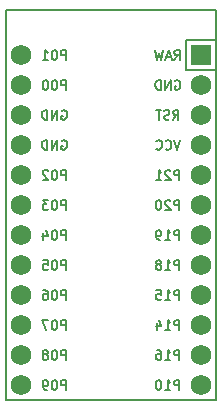
<source format=gbr>
%TF.GenerationSoftware,KiCad,Pcbnew,6.0.0-rc2*%
%TF.CreationDate,2021-12-17T22:08:24+01:00*%
%TF.ProjectId,nano0,6e616e6f-302e-46b6-9963-61645f706362,VERSION_HERE*%
%TF.SameCoordinates,Original*%
%TF.FileFunction,Legend,Bot*%
%TF.FilePolarity,Positive*%
%FSLAX46Y46*%
G04 Gerber Fmt 4.6, Leading zero omitted, Abs format (unit mm)*
G04 Created by KiCad (PCBNEW 6.0.0-rc2) date 2021-12-17 22:08:24*
%MOMM*%
%LPD*%
G01*
G04 APERTURE LIST*
%ADD10C,0.150000*%
%ADD11R,1.752600X1.752600*%
%ADD12C,1.752600*%
G04 APERTURE END LIST*
D10*
%TO.C,MCU1*%
X252534380Y-119065904D02*
X252801047Y-118684952D01*
X252991523Y-119065904D02*
X252991523Y-118265904D01*
X252686761Y-118265904D01*
X252610571Y-118304000D01*
X252572476Y-118342095D01*
X252534380Y-118418285D01*
X252534380Y-118532571D01*
X252572476Y-118608761D01*
X252610571Y-118646857D01*
X252686761Y-118684952D01*
X252991523Y-118684952D01*
X252229619Y-118837333D02*
X251848666Y-118837333D01*
X252305809Y-119065904D02*
X252039142Y-118265904D01*
X251772476Y-119065904D01*
X251582000Y-118265904D02*
X251391523Y-119065904D01*
X251239142Y-118494476D01*
X251086761Y-119065904D01*
X250896285Y-118265904D01*
X252591523Y-120844000D02*
X252667714Y-120805904D01*
X252782000Y-120805904D01*
X252896285Y-120844000D01*
X252972476Y-120920190D01*
X253010571Y-120996380D01*
X253048666Y-121148761D01*
X253048666Y-121263047D01*
X253010571Y-121415428D01*
X252972476Y-121491619D01*
X252896285Y-121567809D01*
X252782000Y-121605904D01*
X252705809Y-121605904D01*
X252591523Y-121567809D01*
X252553428Y-121529714D01*
X252553428Y-121263047D01*
X252705809Y-121263047D01*
X252210571Y-121605904D02*
X252210571Y-120805904D01*
X251753428Y-121605904D01*
X251753428Y-120805904D01*
X251372476Y-121605904D02*
X251372476Y-120805904D01*
X251182000Y-120805904D01*
X251067714Y-120844000D01*
X250991523Y-120920190D01*
X250953428Y-120996380D01*
X250915333Y-121148761D01*
X250915333Y-121263047D01*
X250953428Y-121415428D01*
X250991523Y-121491619D01*
X251067714Y-121567809D01*
X251182000Y-121605904D01*
X251372476Y-121605904D01*
X252420095Y-124145904D02*
X252686761Y-123764952D01*
X252877238Y-124145904D02*
X252877238Y-123345904D01*
X252572476Y-123345904D01*
X252496285Y-123384000D01*
X252458190Y-123422095D01*
X252420095Y-123498285D01*
X252420095Y-123612571D01*
X252458190Y-123688761D01*
X252496285Y-123726857D01*
X252572476Y-123764952D01*
X252877238Y-123764952D01*
X252115333Y-124107809D02*
X252001047Y-124145904D01*
X251810571Y-124145904D01*
X251734380Y-124107809D01*
X251696285Y-124069714D01*
X251658190Y-123993523D01*
X251658190Y-123917333D01*
X251696285Y-123841142D01*
X251734380Y-123803047D01*
X251810571Y-123764952D01*
X251962952Y-123726857D01*
X252039142Y-123688761D01*
X252077238Y-123650666D01*
X252115333Y-123574476D01*
X252115333Y-123498285D01*
X252077238Y-123422095D01*
X252039142Y-123384000D01*
X251962952Y-123345904D01*
X251772476Y-123345904D01*
X251658190Y-123384000D01*
X251429619Y-123345904D02*
X250972476Y-123345904D01*
X251201047Y-124145904D02*
X251201047Y-123345904D01*
X253048666Y-125885904D02*
X252782000Y-126685904D01*
X252515333Y-125885904D01*
X251791523Y-126609714D02*
X251829619Y-126647809D01*
X251943904Y-126685904D01*
X252020095Y-126685904D01*
X252134380Y-126647809D01*
X252210571Y-126571619D01*
X252248666Y-126495428D01*
X252286761Y-126343047D01*
X252286761Y-126228761D01*
X252248666Y-126076380D01*
X252210571Y-126000190D01*
X252134380Y-125924000D01*
X252020095Y-125885904D01*
X251943904Y-125885904D01*
X251829619Y-125924000D01*
X251791523Y-125962095D01*
X250991523Y-126609714D02*
X251029619Y-126647809D01*
X251143904Y-126685904D01*
X251220095Y-126685904D01*
X251334380Y-126647809D01*
X251410571Y-126571619D01*
X251448666Y-126495428D01*
X251486761Y-126343047D01*
X251486761Y-126228761D01*
X251448666Y-126076380D01*
X251410571Y-126000190D01*
X251334380Y-125924000D01*
X251220095Y-125885904D01*
X251143904Y-125885904D01*
X251029619Y-125924000D01*
X250991523Y-125962095D01*
X252953428Y-129225904D02*
X252953428Y-128425904D01*
X252648666Y-128425904D01*
X252572476Y-128464000D01*
X252534380Y-128502095D01*
X252496285Y-128578285D01*
X252496285Y-128692571D01*
X252534380Y-128768761D01*
X252572476Y-128806857D01*
X252648666Y-128844952D01*
X252953428Y-128844952D01*
X252191523Y-128502095D02*
X252153428Y-128464000D01*
X252077238Y-128425904D01*
X251886761Y-128425904D01*
X251810571Y-128464000D01*
X251772476Y-128502095D01*
X251734380Y-128578285D01*
X251734380Y-128654476D01*
X251772476Y-128768761D01*
X252229619Y-129225904D01*
X251734380Y-129225904D01*
X250972476Y-129225904D02*
X251429619Y-129225904D01*
X251201047Y-129225904D02*
X251201047Y-128425904D01*
X251277238Y-128540190D01*
X251353428Y-128616380D01*
X251429619Y-128654476D01*
X252953428Y-131765904D02*
X252953428Y-130965904D01*
X252648666Y-130965904D01*
X252572476Y-131004000D01*
X252534380Y-131042095D01*
X252496285Y-131118285D01*
X252496285Y-131232571D01*
X252534380Y-131308761D01*
X252572476Y-131346857D01*
X252648666Y-131384952D01*
X252953428Y-131384952D01*
X252191523Y-131042095D02*
X252153428Y-131004000D01*
X252077238Y-130965904D01*
X251886761Y-130965904D01*
X251810571Y-131004000D01*
X251772476Y-131042095D01*
X251734380Y-131118285D01*
X251734380Y-131194476D01*
X251772476Y-131308761D01*
X252229619Y-131765904D01*
X251734380Y-131765904D01*
X251239142Y-130965904D02*
X251162952Y-130965904D01*
X251086761Y-131004000D01*
X251048666Y-131042095D01*
X251010571Y-131118285D01*
X250972476Y-131270666D01*
X250972476Y-131461142D01*
X251010571Y-131613523D01*
X251048666Y-131689714D01*
X251086761Y-131727809D01*
X251162952Y-131765904D01*
X251239142Y-131765904D01*
X251315333Y-131727809D01*
X251353428Y-131689714D01*
X251391523Y-131613523D01*
X251429619Y-131461142D01*
X251429619Y-131270666D01*
X251391523Y-131118285D01*
X251353428Y-131042095D01*
X251315333Y-131004000D01*
X251239142Y-130965904D01*
X252953428Y-134305904D02*
X252953428Y-133505904D01*
X252648666Y-133505904D01*
X252572476Y-133544000D01*
X252534380Y-133582095D01*
X252496285Y-133658285D01*
X252496285Y-133772571D01*
X252534380Y-133848761D01*
X252572476Y-133886857D01*
X252648666Y-133924952D01*
X252953428Y-133924952D01*
X251734380Y-134305904D02*
X252191523Y-134305904D01*
X251962952Y-134305904D02*
X251962952Y-133505904D01*
X252039142Y-133620190D01*
X252115333Y-133696380D01*
X252191523Y-133734476D01*
X251353428Y-134305904D02*
X251201047Y-134305904D01*
X251124857Y-134267809D01*
X251086761Y-134229714D01*
X251010571Y-134115428D01*
X250972476Y-133963047D01*
X250972476Y-133658285D01*
X251010571Y-133582095D01*
X251048666Y-133544000D01*
X251124857Y-133505904D01*
X251277238Y-133505904D01*
X251353428Y-133544000D01*
X251391523Y-133582095D01*
X251429619Y-133658285D01*
X251429619Y-133848761D01*
X251391523Y-133924952D01*
X251353428Y-133963047D01*
X251277238Y-134001142D01*
X251124857Y-134001142D01*
X251048666Y-133963047D01*
X251010571Y-133924952D01*
X250972476Y-133848761D01*
X252953428Y-136845904D02*
X252953428Y-136045904D01*
X252648666Y-136045904D01*
X252572476Y-136084000D01*
X252534380Y-136122095D01*
X252496285Y-136198285D01*
X252496285Y-136312571D01*
X252534380Y-136388761D01*
X252572476Y-136426857D01*
X252648666Y-136464952D01*
X252953428Y-136464952D01*
X251734380Y-136845904D02*
X252191523Y-136845904D01*
X251962952Y-136845904D02*
X251962952Y-136045904D01*
X252039142Y-136160190D01*
X252115333Y-136236380D01*
X252191523Y-136274476D01*
X251277238Y-136388761D02*
X251353428Y-136350666D01*
X251391523Y-136312571D01*
X251429619Y-136236380D01*
X251429619Y-136198285D01*
X251391523Y-136122095D01*
X251353428Y-136084000D01*
X251277238Y-136045904D01*
X251124857Y-136045904D01*
X251048666Y-136084000D01*
X251010571Y-136122095D01*
X250972476Y-136198285D01*
X250972476Y-136236380D01*
X251010571Y-136312571D01*
X251048666Y-136350666D01*
X251124857Y-136388761D01*
X251277238Y-136388761D01*
X251353428Y-136426857D01*
X251391523Y-136464952D01*
X251429619Y-136541142D01*
X251429619Y-136693523D01*
X251391523Y-136769714D01*
X251353428Y-136807809D01*
X251277238Y-136845904D01*
X251124857Y-136845904D01*
X251048666Y-136807809D01*
X251010571Y-136769714D01*
X250972476Y-136693523D01*
X250972476Y-136541142D01*
X251010571Y-136464952D01*
X251048666Y-136426857D01*
X251124857Y-136388761D01*
X252953428Y-139385904D02*
X252953428Y-138585904D01*
X252648666Y-138585904D01*
X252572476Y-138624000D01*
X252534380Y-138662095D01*
X252496285Y-138738285D01*
X252496285Y-138852571D01*
X252534380Y-138928761D01*
X252572476Y-138966857D01*
X252648666Y-139004952D01*
X252953428Y-139004952D01*
X251734380Y-139385904D02*
X252191523Y-139385904D01*
X251962952Y-139385904D02*
X251962952Y-138585904D01*
X252039142Y-138700190D01*
X252115333Y-138776380D01*
X252191523Y-138814476D01*
X251010571Y-138585904D02*
X251391523Y-138585904D01*
X251429619Y-138966857D01*
X251391523Y-138928761D01*
X251315333Y-138890666D01*
X251124857Y-138890666D01*
X251048666Y-138928761D01*
X251010571Y-138966857D01*
X250972476Y-139043047D01*
X250972476Y-139233523D01*
X251010571Y-139309714D01*
X251048666Y-139347809D01*
X251124857Y-139385904D01*
X251315333Y-139385904D01*
X251391523Y-139347809D01*
X251429619Y-139309714D01*
X252953428Y-141925904D02*
X252953428Y-141125904D01*
X252648666Y-141125904D01*
X252572476Y-141164000D01*
X252534380Y-141202095D01*
X252496285Y-141278285D01*
X252496285Y-141392571D01*
X252534380Y-141468761D01*
X252572476Y-141506857D01*
X252648666Y-141544952D01*
X252953428Y-141544952D01*
X251734380Y-141925904D02*
X252191523Y-141925904D01*
X251962952Y-141925904D02*
X251962952Y-141125904D01*
X252039142Y-141240190D01*
X252115333Y-141316380D01*
X252191523Y-141354476D01*
X251048666Y-141392571D02*
X251048666Y-141925904D01*
X251239142Y-141087809D02*
X251429619Y-141659238D01*
X250934380Y-141659238D01*
X252953428Y-144465904D02*
X252953428Y-143665904D01*
X252648666Y-143665904D01*
X252572476Y-143704000D01*
X252534380Y-143742095D01*
X252496285Y-143818285D01*
X252496285Y-143932571D01*
X252534380Y-144008761D01*
X252572476Y-144046857D01*
X252648666Y-144084952D01*
X252953428Y-144084952D01*
X251734380Y-144465904D02*
X252191523Y-144465904D01*
X251962952Y-144465904D02*
X251962952Y-143665904D01*
X252039142Y-143780190D01*
X252115333Y-143856380D01*
X252191523Y-143894476D01*
X251048666Y-143665904D02*
X251201047Y-143665904D01*
X251277238Y-143704000D01*
X251315333Y-143742095D01*
X251391523Y-143856380D01*
X251429619Y-144008761D01*
X251429619Y-144313523D01*
X251391523Y-144389714D01*
X251353428Y-144427809D01*
X251277238Y-144465904D01*
X251124857Y-144465904D01*
X251048666Y-144427809D01*
X251010571Y-144389714D01*
X250972476Y-144313523D01*
X250972476Y-144123047D01*
X251010571Y-144046857D01*
X251048666Y-144008761D01*
X251124857Y-143970666D01*
X251277238Y-143970666D01*
X251353428Y-144008761D01*
X251391523Y-144046857D01*
X251429619Y-144123047D01*
X252953428Y-147005904D02*
X252953428Y-146205904D01*
X252648666Y-146205904D01*
X252572476Y-146244000D01*
X252534380Y-146282095D01*
X252496285Y-146358285D01*
X252496285Y-146472571D01*
X252534380Y-146548761D01*
X252572476Y-146586857D01*
X252648666Y-146624952D01*
X252953428Y-146624952D01*
X251734380Y-147005904D02*
X252191523Y-147005904D01*
X251962952Y-147005904D02*
X251962952Y-146205904D01*
X252039142Y-146320190D01*
X252115333Y-146396380D01*
X252191523Y-146434476D01*
X251239142Y-146205904D02*
X251162952Y-146205904D01*
X251086761Y-146244000D01*
X251048666Y-146282095D01*
X251010571Y-146358285D01*
X250972476Y-146510666D01*
X250972476Y-146701142D01*
X251010571Y-146853523D01*
X251048666Y-146929714D01*
X251086761Y-146967809D01*
X251162952Y-147005904D01*
X251239142Y-147005904D01*
X251315333Y-146967809D01*
X251353428Y-146929714D01*
X251391523Y-146853523D01*
X251429619Y-146701142D01*
X251429619Y-146510666D01*
X251391523Y-146358285D01*
X251353428Y-146282095D01*
X251315333Y-146244000D01*
X251239142Y-146205904D01*
X243353428Y-119065904D02*
X243353428Y-118265904D01*
X243048666Y-118265904D01*
X242972476Y-118304000D01*
X242934380Y-118342095D01*
X242896285Y-118418285D01*
X242896285Y-118532571D01*
X242934380Y-118608761D01*
X242972476Y-118646857D01*
X243048666Y-118684952D01*
X243353428Y-118684952D01*
X242401047Y-118265904D02*
X242324857Y-118265904D01*
X242248666Y-118304000D01*
X242210571Y-118342095D01*
X242172476Y-118418285D01*
X242134380Y-118570666D01*
X242134380Y-118761142D01*
X242172476Y-118913523D01*
X242210571Y-118989714D01*
X242248666Y-119027809D01*
X242324857Y-119065904D01*
X242401047Y-119065904D01*
X242477238Y-119027809D01*
X242515333Y-118989714D01*
X242553428Y-118913523D01*
X242591523Y-118761142D01*
X242591523Y-118570666D01*
X242553428Y-118418285D01*
X242515333Y-118342095D01*
X242477238Y-118304000D01*
X242401047Y-118265904D01*
X241372476Y-119065904D02*
X241829619Y-119065904D01*
X241601047Y-119065904D02*
X241601047Y-118265904D01*
X241677238Y-118380190D01*
X241753428Y-118456380D01*
X241829619Y-118494476D01*
X243353428Y-121605904D02*
X243353428Y-120805904D01*
X243048666Y-120805904D01*
X242972476Y-120844000D01*
X242934380Y-120882095D01*
X242896285Y-120958285D01*
X242896285Y-121072571D01*
X242934380Y-121148761D01*
X242972476Y-121186857D01*
X243048666Y-121224952D01*
X243353428Y-121224952D01*
X242401047Y-120805904D02*
X242324857Y-120805904D01*
X242248666Y-120844000D01*
X242210571Y-120882095D01*
X242172476Y-120958285D01*
X242134380Y-121110666D01*
X242134380Y-121301142D01*
X242172476Y-121453523D01*
X242210571Y-121529714D01*
X242248666Y-121567809D01*
X242324857Y-121605904D01*
X242401047Y-121605904D01*
X242477238Y-121567809D01*
X242515333Y-121529714D01*
X242553428Y-121453523D01*
X242591523Y-121301142D01*
X242591523Y-121110666D01*
X242553428Y-120958285D01*
X242515333Y-120882095D01*
X242477238Y-120844000D01*
X242401047Y-120805904D01*
X241639142Y-120805904D02*
X241562952Y-120805904D01*
X241486761Y-120844000D01*
X241448666Y-120882095D01*
X241410571Y-120958285D01*
X241372476Y-121110666D01*
X241372476Y-121301142D01*
X241410571Y-121453523D01*
X241448666Y-121529714D01*
X241486761Y-121567809D01*
X241562952Y-121605904D01*
X241639142Y-121605904D01*
X241715333Y-121567809D01*
X241753428Y-121529714D01*
X241791523Y-121453523D01*
X241829619Y-121301142D01*
X241829619Y-121110666D01*
X241791523Y-120958285D01*
X241753428Y-120882095D01*
X241715333Y-120844000D01*
X241639142Y-120805904D01*
X242991523Y-123384000D02*
X243067714Y-123345904D01*
X243182000Y-123345904D01*
X243296285Y-123384000D01*
X243372476Y-123460190D01*
X243410571Y-123536380D01*
X243448666Y-123688761D01*
X243448666Y-123803047D01*
X243410571Y-123955428D01*
X243372476Y-124031619D01*
X243296285Y-124107809D01*
X243182000Y-124145904D01*
X243105809Y-124145904D01*
X242991523Y-124107809D01*
X242953428Y-124069714D01*
X242953428Y-123803047D01*
X243105809Y-123803047D01*
X242610571Y-124145904D02*
X242610571Y-123345904D01*
X242153428Y-124145904D01*
X242153428Y-123345904D01*
X241772476Y-124145904D02*
X241772476Y-123345904D01*
X241582000Y-123345904D01*
X241467714Y-123384000D01*
X241391523Y-123460190D01*
X241353428Y-123536380D01*
X241315333Y-123688761D01*
X241315333Y-123803047D01*
X241353428Y-123955428D01*
X241391523Y-124031619D01*
X241467714Y-124107809D01*
X241582000Y-124145904D01*
X241772476Y-124145904D01*
X242991523Y-125924000D02*
X243067714Y-125885904D01*
X243182000Y-125885904D01*
X243296285Y-125924000D01*
X243372476Y-126000190D01*
X243410571Y-126076380D01*
X243448666Y-126228761D01*
X243448666Y-126343047D01*
X243410571Y-126495428D01*
X243372476Y-126571619D01*
X243296285Y-126647809D01*
X243182000Y-126685904D01*
X243105809Y-126685904D01*
X242991523Y-126647809D01*
X242953428Y-126609714D01*
X242953428Y-126343047D01*
X243105809Y-126343047D01*
X242610571Y-126685904D02*
X242610571Y-125885904D01*
X242153428Y-126685904D01*
X242153428Y-125885904D01*
X241772476Y-126685904D02*
X241772476Y-125885904D01*
X241582000Y-125885904D01*
X241467714Y-125924000D01*
X241391523Y-126000190D01*
X241353428Y-126076380D01*
X241315333Y-126228761D01*
X241315333Y-126343047D01*
X241353428Y-126495428D01*
X241391523Y-126571619D01*
X241467714Y-126647809D01*
X241582000Y-126685904D01*
X241772476Y-126685904D01*
X243353428Y-129225904D02*
X243353428Y-128425904D01*
X243048666Y-128425904D01*
X242972476Y-128464000D01*
X242934380Y-128502095D01*
X242896285Y-128578285D01*
X242896285Y-128692571D01*
X242934380Y-128768761D01*
X242972476Y-128806857D01*
X243048666Y-128844952D01*
X243353428Y-128844952D01*
X242401047Y-128425904D02*
X242324857Y-128425904D01*
X242248666Y-128464000D01*
X242210571Y-128502095D01*
X242172476Y-128578285D01*
X242134380Y-128730666D01*
X242134380Y-128921142D01*
X242172476Y-129073523D01*
X242210571Y-129149714D01*
X242248666Y-129187809D01*
X242324857Y-129225904D01*
X242401047Y-129225904D01*
X242477238Y-129187809D01*
X242515333Y-129149714D01*
X242553428Y-129073523D01*
X242591523Y-128921142D01*
X242591523Y-128730666D01*
X242553428Y-128578285D01*
X242515333Y-128502095D01*
X242477238Y-128464000D01*
X242401047Y-128425904D01*
X241829619Y-128502095D02*
X241791523Y-128464000D01*
X241715333Y-128425904D01*
X241524857Y-128425904D01*
X241448666Y-128464000D01*
X241410571Y-128502095D01*
X241372476Y-128578285D01*
X241372476Y-128654476D01*
X241410571Y-128768761D01*
X241867714Y-129225904D01*
X241372476Y-129225904D01*
X243353428Y-131765904D02*
X243353428Y-130965904D01*
X243048666Y-130965904D01*
X242972476Y-131004000D01*
X242934380Y-131042095D01*
X242896285Y-131118285D01*
X242896285Y-131232571D01*
X242934380Y-131308761D01*
X242972476Y-131346857D01*
X243048666Y-131384952D01*
X243353428Y-131384952D01*
X242401047Y-130965904D02*
X242324857Y-130965904D01*
X242248666Y-131004000D01*
X242210571Y-131042095D01*
X242172476Y-131118285D01*
X242134380Y-131270666D01*
X242134380Y-131461142D01*
X242172476Y-131613523D01*
X242210571Y-131689714D01*
X242248666Y-131727809D01*
X242324857Y-131765904D01*
X242401047Y-131765904D01*
X242477238Y-131727809D01*
X242515333Y-131689714D01*
X242553428Y-131613523D01*
X242591523Y-131461142D01*
X242591523Y-131270666D01*
X242553428Y-131118285D01*
X242515333Y-131042095D01*
X242477238Y-131004000D01*
X242401047Y-130965904D01*
X241867714Y-130965904D02*
X241372476Y-130965904D01*
X241639142Y-131270666D01*
X241524857Y-131270666D01*
X241448666Y-131308761D01*
X241410571Y-131346857D01*
X241372476Y-131423047D01*
X241372476Y-131613523D01*
X241410571Y-131689714D01*
X241448666Y-131727809D01*
X241524857Y-131765904D01*
X241753428Y-131765904D01*
X241829619Y-131727809D01*
X241867714Y-131689714D01*
X243353428Y-134305904D02*
X243353428Y-133505904D01*
X243048666Y-133505904D01*
X242972476Y-133544000D01*
X242934380Y-133582095D01*
X242896285Y-133658285D01*
X242896285Y-133772571D01*
X242934380Y-133848761D01*
X242972476Y-133886857D01*
X243048666Y-133924952D01*
X243353428Y-133924952D01*
X242401047Y-133505904D02*
X242324857Y-133505904D01*
X242248666Y-133544000D01*
X242210571Y-133582095D01*
X242172476Y-133658285D01*
X242134380Y-133810666D01*
X242134380Y-134001142D01*
X242172476Y-134153523D01*
X242210571Y-134229714D01*
X242248666Y-134267809D01*
X242324857Y-134305904D01*
X242401047Y-134305904D01*
X242477238Y-134267809D01*
X242515333Y-134229714D01*
X242553428Y-134153523D01*
X242591523Y-134001142D01*
X242591523Y-133810666D01*
X242553428Y-133658285D01*
X242515333Y-133582095D01*
X242477238Y-133544000D01*
X242401047Y-133505904D01*
X241448666Y-133772571D02*
X241448666Y-134305904D01*
X241639142Y-133467809D02*
X241829619Y-134039238D01*
X241334380Y-134039238D01*
X243353428Y-136845904D02*
X243353428Y-136045904D01*
X243048666Y-136045904D01*
X242972476Y-136084000D01*
X242934380Y-136122095D01*
X242896285Y-136198285D01*
X242896285Y-136312571D01*
X242934380Y-136388761D01*
X242972476Y-136426857D01*
X243048666Y-136464952D01*
X243353428Y-136464952D01*
X242401047Y-136045904D02*
X242324857Y-136045904D01*
X242248666Y-136084000D01*
X242210571Y-136122095D01*
X242172476Y-136198285D01*
X242134380Y-136350666D01*
X242134380Y-136541142D01*
X242172476Y-136693523D01*
X242210571Y-136769714D01*
X242248666Y-136807809D01*
X242324857Y-136845904D01*
X242401047Y-136845904D01*
X242477238Y-136807809D01*
X242515333Y-136769714D01*
X242553428Y-136693523D01*
X242591523Y-136541142D01*
X242591523Y-136350666D01*
X242553428Y-136198285D01*
X242515333Y-136122095D01*
X242477238Y-136084000D01*
X242401047Y-136045904D01*
X241410571Y-136045904D02*
X241791523Y-136045904D01*
X241829619Y-136426857D01*
X241791523Y-136388761D01*
X241715333Y-136350666D01*
X241524857Y-136350666D01*
X241448666Y-136388761D01*
X241410571Y-136426857D01*
X241372476Y-136503047D01*
X241372476Y-136693523D01*
X241410571Y-136769714D01*
X241448666Y-136807809D01*
X241524857Y-136845904D01*
X241715333Y-136845904D01*
X241791523Y-136807809D01*
X241829619Y-136769714D01*
X243353428Y-139385904D02*
X243353428Y-138585904D01*
X243048666Y-138585904D01*
X242972476Y-138624000D01*
X242934380Y-138662095D01*
X242896285Y-138738285D01*
X242896285Y-138852571D01*
X242934380Y-138928761D01*
X242972476Y-138966857D01*
X243048666Y-139004952D01*
X243353428Y-139004952D01*
X242401047Y-138585904D02*
X242324857Y-138585904D01*
X242248666Y-138624000D01*
X242210571Y-138662095D01*
X242172476Y-138738285D01*
X242134380Y-138890666D01*
X242134380Y-139081142D01*
X242172476Y-139233523D01*
X242210571Y-139309714D01*
X242248666Y-139347809D01*
X242324857Y-139385904D01*
X242401047Y-139385904D01*
X242477238Y-139347809D01*
X242515333Y-139309714D01*
X242553428Y-139233523D01*
X242591523Y-139081142D01*
X242591523Y-138890666D01*
X242553428Y-138738285D01*
X242515333Y-138662095D01*
X242477238Y-138624000D01*
X242401047Y-138585904D01*
X241448666Y-138585904D02*
X241601047Y-138585904D01*
X241677238Y-138624000D01*
X241715333Y-138662095D01*
X241791523Y-138776380D01*
X241829619Y-138928761D01*
X241829619Y-139233523D01*
X241791523Y-139309714D01*
X241753428Y-139347809D01*
X241677238Y-139385904D01*
X241524857Y-139385904D01*
X241448666Y-139347809D01*
X241410571Y-139309714D01*
X241372476Y-139233523D01*
X241372476Y-139043047D01*
X241410571Y-138966857D01*
X241448666Y-138928761D01*
X241524857Y-138890666D01*
X241677238Y-138890666D01*
X241753428Y-138928761D01*
X241791523Y-138966857D01*
X241829619Y-139043047D01*
X243353428Y-141925904D02*
X243353428Y-141125904D01*
X243048666Y-141125904D01*
X242972476Y-141164000D01*
X242934380Y-141202095D01*
X242896285Y-141278285D01*
X242896285Y-141392571D01*
X242934380Y-141468761D01*
X242972476Y-141506857D01*
X243048666Y-141544952D01*
X243353428Y-141544952D01*
X242401047Y-141125904D02*
X242324857Y-141125904D01*
X242248666Y-141164000D01*
X242210571Y-141202095D01*
X242172476Y-141278285D01*
X242134380Y-141430666D01*
X242134380Y-141621142D01*
X242172476Y-141773523D01*
X242210571Y-141849714D01*
X242248666Y-141887809D01*
X242324857Y-141925904D01*
X242401047Y-141925904D01*
X242477238Y-141887809D01*
X242515333Y-141849714D01*
X242553428Y-141773523D01*
X242591523Y-141621142D01*
X242591523Y-141430666D01*
X242553428Y-141278285D01*
X242515333Y-141202095D01*
X242477238Y-141164000D01*
X242401047Y-141125904D01*
X241867714Y-141125904D02*
X241334380Y-141125904D01*
X241677238Y-141925904D01*
X243353428Y-144465904D02*
X243353428Y-143665904D01*
X243048666Y-143665904D01*
X242972476Y-143704000D01*
X242934380Y-143742095D01*
X242896285Y-143818285D01*
X242896285Y-143932571D01*
X242934380Y-144008761D01*
X242972476Y-144046857D01*
X243048666Y-144084952D01*
X243353428Y-144084952D01*
X242401047Y-143665904D02*
X242324857Y-143665904D01*
X242248666Y-143704000D01*
X242210571Y-143742095D01*
X242172476Y-143818285D01*
X242134380Y-143970666D01*
X242134380Y-144161142D01*
X242172476Y-144313523D01*
X242210571Y-144389714D01*
X242248666Y-144427809D01*
X242324857Y-144465904D01*
X242401047Y-144465904D01*
X242477238Y-144427809D01*
X242515333Y-144389714D01*
X242553428Y-144313523D01*
X242591523Y-144161142D01*
X242591523Y-143970666D01*
X242553428Y-143818285D01*
X242515333Y-143742095D01*
X242477238Y-143704000D01*
X242401047Y-143665904D01*
X241677238Y-144008761D02*
X241753428Y-143970666D01*
X241791523Y-143932571D01*
X241829619Y-143856380D01*
X241829619Y-143818285D01*
X241791523Y-143742095D01*
X241753428Y-143704000D01*
X241677238Y-143665904D01*
X241524857Y-143665904D01*
X241448666Y-143704000D01*
X241410571Y-143742095D01*
X241372476Y-143818285D01*
X241372476Y-143856380D01*
X241410571Y-143932571D01*
X241448666Y-143970666D01*
X241524857Y-144008761D01*
X241677238Y-144008761D01*
X241753428Y-144046857D01*
X241791523Y-144084952D01*
X241829619Y-144161142D01*
X241829619Y-144313523D01*
X241791523Y-144389714D01*
X241753428Y-144427809D01*
X241677238Y-144465904D01*
X241524857Y-144465904D01*
X241448666Y-144427809D01*
X241410571Y-144389714D01*
X241372476Y-144313523D01*
X241372476Y-144161142D01*
X241410571Y-144084952D01*
X241448666Y-144046857D01*
X241524857Y-144008761D01*
X243353428Y-147005904D02*
X243353428Y-146205904D01*
X243048666Y-146205904D01*
X242972476Y-146244000D01*
X242934380Y-146282095D01*
X242896285Y-146358285D01*
X242896285Y-146472571D01*
X242934380Y-146548761D01*
X242972476Y-146586857D01*
X243048666Y-146624952D01*
X243353428Y-146624952D01*
X242401047Y-146205904D02*
X242324857Y-146205904D01*
X242248666Y-146244000D01*
X242210571Y-146282095D01*
X242172476Y-146358285D01*
X242134380Y-146510666D01*
X242134380Y-146701142D01*
X242172476Y-146853523D01*
X242210571Y-146929714D01*
X242248666Y-146967809D01*
X242324857Y-147005904D01*
X242401047Y-147005904D01*
X242477238Y-146967809D01*
X242515333Y-146929714D01*
X242553428Y-146853523D01*
X242591523Y-146701142D01*
X242591523Y-146510666D01*
X242553428Y-146358285D01*
X242515333Y-146282095D01*
X242477238Y-146244000D01*
X242401047Y-146205904D01*
X241753428Y-147005904D02*
X241601047Y-147005904D01*
X241524857Y-146967809D01*
X241486761Y-146929714D01*
X241410571Y-146815428D01*
X241372476Y-146663047D01*
X241372476Y-146358285D01*
X241410571Y-146282095D01*
X241448666Y-146244000D01*
X241524857Y-146205904D01*
X241677238Y-146205904D01*
X241753428Y-146244000D01*
X241791523Y-146282095D01*
X241829619Y-146358285D01*
X241829619Y-146548761D01*
X241791523Y-146624952D01*
X241753428Y-146663047D01*
X241677238Y-146701142D01*
X241524857Y-146701142D01*
X241448666Y-146663047D01*
X241410571Y-146624952D01*
X241372476Y-146548761D01*
X256072000Y-114894000D02*
X256072000Y-147914000D01*
X256072000Y-147914000D02*
X238292000Y-147914000D01*
X238292000Y-147914000D02*
X238292000Y-114894000D01*
X238292000Y-114894000D02*
X256072000Y-114894000D01*
X253532000Y-117434000D02*
X253532000Y-119974000D01*
X253532000Y-117434000D02*
X256072000Y-117434000D01*
X253532000Y-119974000D02*
X256072000Y-119974000D01*
%TD*%
D11*
%TO.C,MCU1*%
X254802000Y-118704000D03*
D12*
X254802000Y-121244000D03*
X254802000Y-123784000D03*
X254802000Y-126324000D03*
X254802000Y-128864000D03*
X254802000Y-131404000D03*
X254802000Y-133944000D03*
X254802000Y-136484000D03*
X254802000Y-139024000D03*
X254802000Y-141564000D03*
X254802000Y-144104000D03*
X254802000Y-146644000D03*
X239562000Y-118704000D03*
X239562000Y-121244000D03*
X239562000Y-123784000D03*
X239562000Y-126324000D03*
X239562000Y-128864000D03*
X239562000Y-131404000D03*
X239562000Y-133944000D03*
X239562000Y-136484000D03*
X239562000Y-139024000D03*
X239562000Y-141564000D03*
X239562000Y-144104000D03*
X239562000Y-146644000D03*
%TD*%
M02*

</source>
